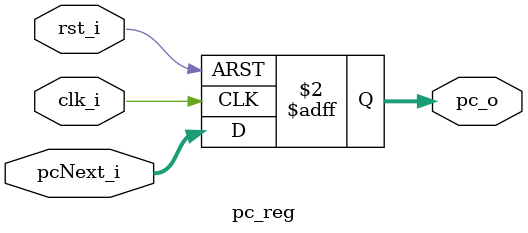
<source format=sv>
module pc_reg #(
    parameter DATA_WIDTH = 32
)(
    input logic                     clk_i,
    input logic                     rst_i,
    input logic  [DATA_WIDTH-1:0]                      pcNext_i,
    output logic [DATA_WIDTH-1:0]   pc_o
);

always_ff @(posedge clk_i, posedge rst_i) 
    if (rst_i) 
        pc_o <= 0;
    else 
        pc_o <= pcNext_i;

endmodule

</source>
